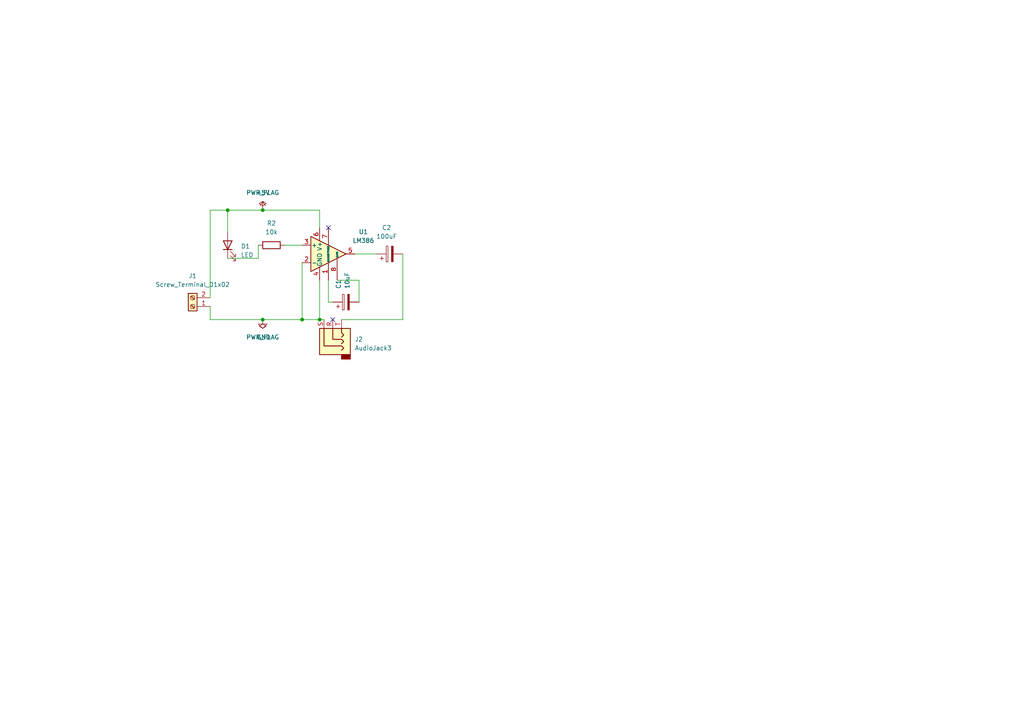
<source format=kicad_sch>
(kicad_sch (version 20250114) (generator "eeschema") (generator_version "9.0")
  (paper "A4")
  (lib_symbols
    (symbol "Amplifier_Audio:LM386" (pin_names (offset 0.127))
      (property "Reference" "U" (at 1.27 7.62 0))
      (property "Value" "LM386" (at 1.27 5.08 0))
      (symbol "LM386_0_1"
        (polyline (pts (xy 5.08 0) (xy -5.08 5.08) (xy -5.08 -5.08) (xy 5.08 0)) (stroke (width 0.254)) (fill (type background)))
      )
      (symbol "LM386_1_1"
        (pin input line (at -7.62 2.54 0) (length 2.54) (name "+") (number "3"))
        (pin input line (at -7.62 -2.54 0) (length 2.54) (name "-") (number "2"))
        (pin power_in line (at -2.54 7.62 270) (length 3.81) (name "V+") (number "6"))
        (pin power_in line (at -2.54 -7.62 90) (length 3.81) (name "GND") (number "4"))
        (pin input line (at 0 7.62 270) (length 5.08) (name "BYPASS") (number "7"))
        (pin input line (at 0 -7.62 90) (length 5.08) (name "GAIN") (number "1"))
        (pin input line (at 2.54 -7.62 90) (length 6.35) (name "GAIN") (number "8"))
        (pin output line (at 7.62 0 180) (length 2.54) (name "~") (number "5"))
      )
    )
    (symbol "Connector:Screw_Terminal_01x02" (pin_names (offset 1.016) (hide yes))
      (property "Reference" "J" (at 0 2.54 0))
      (property "Value" "Screw_Terminal_01x02" (at 0 -5.08 0))
      (symbol "Screw_Terminal_01x02_1_1"
        (rectangle (start -1.27 1.27) (end 1.27 -3.81) (stroke (width 0.254)) (fill (type background)))
        (polyline (pts (xy -0.5334 0.3302) (xy 0.3302 -0.508)) (stroke (width 0.1524)))
        (polyline (pts (xy -0.5334 -2.2098) (xy 0.3302 -3.048)) (stroke (width 0.1524)))
        (polyline (pts (xy -0.3556 0.508) (xy 0.508 -0.3302)) (stroke (width 0.1524)))
        (polyline (pts (xy -0.3556 -2.032) (xy 0.508 -2.8702)) (stroke (width 0.1524)))
        (circle (center 0 0) (radius 0.635) (stroke (width 0.1524)))
        (circle (center 0 -2.54) (radius 0.635) (stroke (width 0.1524)))
        (pin passive line (at -5.08 0 0) (length 3.81) (name "Pin_1") (number "1"))
        (pin passive line (at -5.08 -2.54 0) (length 3.81) (name "Pin_2") (number "2"))
      )
    )
    (symbol "Connector_Audio:AudioJack3"
      (property "Reference" "J" (at 0 8.89 0))
      (property "Value" "AudioJack3" (at 0 6.35 0))
      (symbol "AudioJack3_0_1"
        (rectangle (start -5.08 -5.08) (end -6.35 -2.54) (stroke (width 0.254)) (fill (type outline)))
        (polyline (pts (xy -1.905 -2.54) (xy -1.27 -3.175) (xy -0.635 -2.54) (xy -0.635 0) (xy 2.54 0)) (stroke (width 0.254)))
        (polyline (pts (xy 0 -2.54) (xy 0.635 -3.175) (xy 1.27 -2.54) (xy 2.54 -2.54)) (stroke (width 0.254)))
        (rectangle (start 2.54 3.81) (end -5.08 -5.08) (stroke (width 0.254)) (fill (type background)))
        (polyline (pts (xy 2.54 2.54) (xy -2.54 2.54) (xy -2.54 -2.54) (xy -3.175 -3.175) (xy -3.81 -2.54)) (stroke (width 0.254)))
      )
      (symbol "AudioJack3_1_1"
        (pin passive line (at 5.08 2.54 180) (length 2.54) (name "~") (number "S"))
        (pin passive line (at 5.08 0 180) (length 2.54) (name "~") (number "R"))
        (pin passive line (at 5.08 -2.54 180) (length 2.54) (name "~") (number "T"))
      )
    )
    (symbol "Device:C_Polarized" (pin_numbers (hide yes)) (pin_names (offset 0.254))
      (property "Reference" "C" (at 0.635 2.54 0))
      (property "Value" "C_Polarized" (at 0.635 -2.54 0))
      (symbol "C_Polarized_0_1"
        (rectangle (start -2.286 0.508) (end 2.286 1.016))
        (polyline (pts (xy -1.778 2.286) (xy -0.762 2.286)))
        (polyline (pts (xy -1.27 2.794) (xy -1.27 1.778)))
        (rectangle (start 2.286 -0.508) (end -2.286 -1.016) (fill (type outline)))
      )
      (symbol "C_Polarized_1_1"
        (pin passive line (at 0 3.81 270) (length 2.794) (name "~") (number "1"))
        (pin passive line (at 0 -3.81 90) (length 2.794) (name "~") (number "2"))
      )
    )
    (symbol "Device:LED" (pin_numbers (hide yes)) (pin_names (offset 1.016) (hide yes))
      (property "Reference" "D" (at 0 2.54 0))
      (property "Value" "LED" (at 0 -2.54 0))
      (symbol "LED_0_1"
        (polyline (pts (xy -3.048 -0.762) (xy -4.572 -2.286) (xy -3.81 -2.286) (xy -4.572 -2.286) (xy -4.572 -1.524)))
        (polyline (pts (xy -1.778 -0.762) (xy -3.302 -2.286) (xy -2.54 -2.286) (xy -3.302 -2.286) (xy -3.302 -1.524)))
        (polyline (pts (xy -1.27 0) (xy 1.27 0)))
        (polyline (pts (xy -1.27 -1.27) (xy -1.27 1.27)) (stroke (width 0.254)))
        (polyline (pts (xy 1.27 -1.27) (xy 1.27 1.27) (xy -1.27 0) (xy 1.27 -1.27)) (stroke (width 0.254)))
      )
      (symbol "LED_1_1"
        (pin passive line (at -3.81 0 0) (length 2.54) (name "K") (number "1"))
        (pin passive line (at 3.81 0 180) (length 2.54) (name "A") (number "2"))
      )
    )
    (symbol "Device:R" (pin_numbers (hide yes)) (pin_names (offset 0))
      (property "Reference" "R" (at 2.032 0 90))
      (property "Value" "R" (at 0 0 90))
      (symbol "R_0_1"
        (rectangle (start -1.016 -2.54) (end 1.016 2.54) (stroke (width 0.254)))
      )
      (symbol "R_1_1"
        (pin passive line (at 0 3.81 270) (length 1.27) (name "~") (number "1"))
        (pin passive line (at 0 -3.81 90) (length 1.27) (name "~") (number "2"))
      )
    )
    (symbol "power:+5V" (power) (pin_numbers (hide yes)) (pin_names (offset 0) (hide yes))
      (property "Value" "+5V" (at 0 3.556 0))
      (symbol "+5V_0_1"
        (polyline (pts (xy -0.762 1.27) (xy 0 2.54)))
        (polyline (pts (xy 0 2.54) (xy 0.762 1.27)))
        (polyline (pts (xy 0 0) (xy 0 2.54)))
      )
      (symbol "+5V_1_1"
        (pin power_in line (at 0 0 90) (length 0) (name "~") (number "1"))
      )
    )
    (symbol "power:GND" (power) (pin_numbers (hide yes)) (pin_names (offset 0) (hide yes))
      (property "Value" "GND" (at 0 -3.81 0))
      (symbol "GND_0_1"
        (polyline (pts (xy 0 0) (xy 0 -1.27) (xy 1.27 -1.27) (xy 0 -2.54) (xy -1.27 -1.27) (xy 0 -1.27)))
      )
      (symbol "GND_1_1"
        (pin power_in line (at 0 0 270) (length 0) (name "~") (number "1"))
      )
    )
    (symbol "power:PWR_FLAG" (power) (pin_numbers (hide yes)) (pin_names (offset 0) (hide yes))
      (property "Value" "PWR_FLAG" (at 0 3.81 0))
      (symbol "PWR_FLAG_0_0"
        (pin power_out line (at 0 0 90) (length 0) (name "~") (number "1"))
      )
      (symbol "PWR_FLAG_0_1"
        (polyline (pts (xy 0 0) (xy 0 1.27) (xy -1.016 1.905) (xy 0 2.54) (xy 1.016 1.905) (xy 0 1.27)))
      )
    )
  )
  (junction (at 76.2 60.96))
  (junction (at 87.63 92.71))
  (junction (at 92.71 92.71))
  (junction (at 66.04 60.96))
  (junction (at 76.2 92.71))
  (no_connect (at 95.25 66.04))
  (no_connect (at 96.52 92.71))
  (wire (pts (xy 60.96 88.9) (xy 60.96 92.71)))
  (wire (pts (xy 97.79 81.28) (xy 104.14 81.28)))
  (wire (pts (xy 60.96 60.96) (xy 66.04 60.96)))
  (wire (pts (xy 74.93 74.93) (xy 74.93 71.12)))
  (wire (pts (xy 116.84 73.66) (xy 116.84 92.71)))
  (wire (pts (xy 76.2 60.96) (xy 92.71 60.96)))
  (wire (pts (xy 116.84 92.71) (xy 99.06 92.71)))
  (wire (pts (xy 66.04 67.31) (xy 66.04 60.96)))
  (wire (pts (xy 87.63 92.71) (xy 76.2 92.71)))
  (wire (pts (xy 102.87 73.66) (xy 109.22 73.66)))
  (wire (pts (xy 92.71 92.71) (xy 93.98 92.71)))
  (wire (pts (xy 82.55 71.12) (xy 87.63 71.12)))
  (wire (pts (xy 66.04 60.96) (xy 76.2 60.96)))
  (wire (pts (xy 92.71 81.28) (xy 92.71 92.71)))
  (wire (pts (xy 95.25 87.63) (xy 95.25 81.28)))
  (wire (pts (xy 66.04 74.93) (xy 74.93 74.93)))
  (wire (pts (xy 87.63 76.2) (xy 87.63 92.71)))
  (wire (pts (xy 60.96 92.71) (xy 76.2 92.71)))
  (wire (pts (xy 60.96 86.36) (xy 60.96 60.96)))
  (wire (pts (xy 104.14 81.28) (xy 104.14 87.63)))
  (wire (pts (xy 92.71 92.71) (xy 87.63 92.71)))
  (wire (pts (xy 96.52 87.63) (xy 95.25 87.63)))
  (wire (pts (xy 92.71 60.96) (xy 92.71 66.04)))
  (symbol (lib_id "power:PWR_FLAG") (at 76.2 60.96 0) (unit 1)
    (property "Reference" "#FLG01" (effects (hide yes)))
    (property "Value" "PWR_FLAG" (at 76.2 55.88 0))
    (property "Description" "Special symbol for telling ERC where power comes from" (effects (hide yes)))
  )
  (symbol (lib_id "power:GND") (at 76.2 92.71 0) (unit 1)
    (property "Reference" "#PWR02" (effects (hide yes)))
    (property "Value" "GND" (at 76.454 97.79 0))
    (property "Description" "Power symbol creates a global label with name \"GND\" , ground" (effects (hide yes)))
  )
  (symbol (lib_id "Device:C_Polarized") (at 113.03 73.66 90) (unit 1)
    (property "Reference" "C2" (at 112.141 66.04 90))
    (property "Value" "100uF" (at 112.141 68.58 90))
    (property "Footprint" "Capacitor_THT:CP_Radial_D8.0mm_P2.50mm" (effects (hide yes)))
    (property "Description" "Polarized capacitor" (effects (hide yes)))
  )
  (symbol (lib_id "power:+5V") (at 76.2 60.96 0) (unit 1)
    (property "Reference" "#PWR01" (effects (hide yes)))
    (property "Value" "+5V" (at 76.2 55.88 0))
    (property "Description" "Power symbol creates a global label with name \"+5V\"" (effects (hide yes)))
  )
  (symbol (lib_id "Connector_Audio:AudioJack3") (at 96.52 97.79 90) (unit 1)
    (property "Reference" "J2" (at 102.87 98.4249 90) (effects (justify right)))
    (property "Value" "AudioJack3" (at 102.87 100.9649 90) (effects (justify right)))
    (property "Footprint" "Connector_Audio:Jack_3.5mm_CUI_SJ1-3533NG_Horizontal_CircularHoles" (effects (hide yes)))
    (property "Description" "Audio Jack, 3 Poles (Stereo / TRS)" (effects (hide yes)))
  )
  (symbol (lib_id "Device:LED") (at 66.04 71.12 90) (unit 1)
    (property "Reference" "D1" (at 69.85 71.4374 90) (effects (justify right)))
    (property "Value" "LED" (at 69.85 73.9774 90) (effects (justify right)))
    (property "Footprint" "LED_THT:LED_D5.0mm_IRBlack" (effects (hide yes)))
    (property "Description" "Light emitting diode" (effects (hide yes)))
    (property "Sim.Pins" "1=K 2=A" (effects (hide yes)))
  )
  (symbol (lib_id "Device:R") (at 78.74 71.12 90) (unit 1)
    (property "Reference" "R2" (at 78.74 64.77 90))
    (property "Value" "10k" (at 78.74 67.31 90))
    (property "Footprint" "Resistor_THT:R_Axial_DIN0207_L6.3mm_D2.5mm_P7.62mm_Horizontal" (effects (hide yes)))
    (property "Description" "Resistor" (effects (hide yes)))
  )
  (symbol (lib_id "Device:C_Polarized") (at 100.33 87.63 90) (unit 1)
    (property "Reference" "C1" (at 98.1709 83.82 0) (effects (justify left)))
    (property "Value" "10uF" (at 100.7109 83.82 0) (effects (justify left)))
    (property "Footprint" "Capacitor_THT:CP_Radial_D5.0mm_P2.50mm" (effects (hide yes)))
    (property "Description" "Polarized capacitor" (effects (hide yes)))
  )
  (symbol (lib_id "power:PWR_FLAG") (at 76.2 92.71 180) (unit 1)
    (property "Reference" "#FLG02" (effects (hide yes)))
    (property "Value" "PWR_FLAG" (at 76.2 97.79 0))
    (property "Description" "Special symbol for telling ERC where power comes from" (effects (hide yes)))
  )
  (symbol (lib_id "Amplifier_Audio:LM386") (at 95.25 73.66 0) (unit 1)
    (property "Reference" "U1" (at 105.41 67.2398 0))
    (property "Value" "LM386" (at 105.41 69.7798 0))
    (property "Footprint" "Package_DIP:DIP-8_W7.62mm_LongPads" (effects (hide yes)))
    (property "Datasheet" "http://www.ti.com/lit/ds/symlink/lm386.pdf" (effects (hide yes)))
    (property "Description" "Low Voltage Audio Power Amplifier, DIP-8/SOIC-8/SSOP-8" (effects (hide yes)))
  )
  (symbol (lib_id "Connector:Screw_Terminal_01x02") (at 55.88 88.9 180) (unit 1)
    (property "Reference" "J1" (at 55.88 80.01 0))
    (property "Value" "Screw_Terminal_01x02" (at 55.88 82.55 0))
    (property "Footprint" "TerminalBlock_Altech:Altech_AK100_1x02_P5.00mm" (effects (hide yes)))
    (property "Description" "Generic screw terminal, single row, 01x02, script generated (kicad-library-utils/schlib/autogen/connector/)" (effects (hide yes)))
  )
)
</source>
